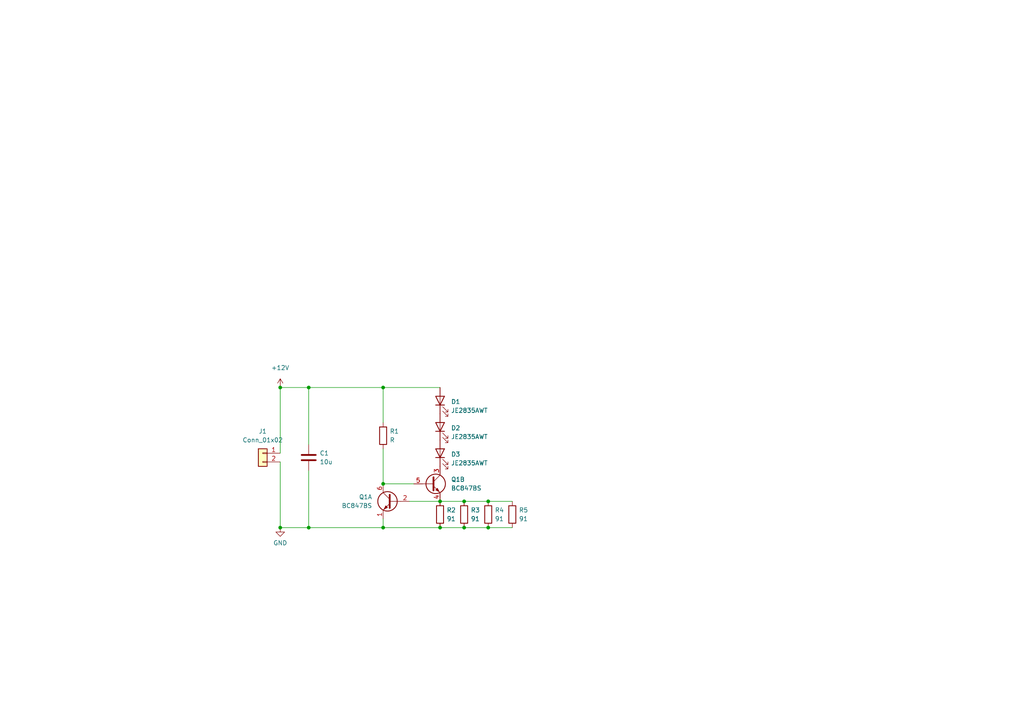
<source format=kicad_sch>
(kicad_sch (version 20211123) (generator eeschema)
  (paper "A4")
  (lib_symbols
    (symbol "Brett_sym:JE2835AWT" (pin_numbers hide) (pin_names (offset 1.016) hide)
      (property "Reference" "D" (at 0 2.54 0))
      (property "Value" "JE2835AWT" (at 0 -3.81 0))
      (symbol "JE2835AWT_0_1"
        (polyline (pts (xy -1.27 -1.27) (xy -1.27 1.27)) (stroke (width 0.254)))
        (polyline (pts (xy -1.27 0) (xy 1.27 0)))
        (polyline (pts (xy 1.27 -1.27) (xy 1.27 1.27) (xy -1.27 0) (xy 1.27 -1.27)) (stroke (width 0.254)))
        (polyline (pts (xy -3.048 -0.762) (xy -4.572 -2.286) (xy -3.81 -2.286) (xy -4.572 -2.286) (xy -4.572 -1.524)))
        (polyline (pts (xy -1.778 -0.762) (xy -3.302 -2.286) (xy -2.54 -2.286) (xy -3.302 -2.286) (xy -3.302 -1.524)))
      )
      (symbol "JE2835AWT_1_1"
        (pin passive line (at -3.81 0 0) (length 2.54) (name "K") (number "1"))
        (pin passive line (at 3.81 0 180) (length 2.54) (name "A") (number "2"))
      )
    )
    (symbol "Connector_Generic:Conn_01x02" (pin_names (offset 1.016) hide)
      (property "Reference" "J" (at 0 2.54 0))
      (property "Value" "Conn_01x02" (at 0 -5.08 0))
      (symbol "Conn_01x02_1_1"
        (rectangle (start -1.27 -2.413) (end 0 -2.667) (stroke (width 0.1524)))
        (rectangle (start -1.27 0.127) (end 0 -0.127) (stroke (width 0.1524)))
        (rectangle (start -1.27 1.27) (end 1.27 -3.81) (stroke (width 0.254)) (fill (type background)))
        (pin passive line (at -5.08 0 0) (length 3.81) (name "Pin_1") (number "1"))
        (pin passive line (at -5.08 -2.54 0) (length 3.81) (name "Pin_2") (number "2"))
      )
    )
    (symbol "Device:C" (pin_numbers hide) (pin_names (offset 0.254))
      (property "Reference" "C" (at 0.635 2.54 0))
      (property "Value" "C" (at 0.635 -2.54 0))
      (symbol "C_0_1"
        (polyline (pts (xy -2.032 -0.762) (xy 2.032 -0.762)) (stroke (width 0.508)))
        (polyline (pts (xy -2.032 0.762) (xy 2.032 0.762)) (stroke (width 0.508)))
      )
      (symbol "C_1_1"
        (pin passive line (at 0 3.81 270) (length 2.794) (name "~") (number "1"))
        (pin passive line (at 0 -3.81 90) (length 2.794) (name "~") (number "2"))
      )
    )
    (symbol "Device:R" (pin_numbers hide) (pin_names (offset 0))
      (property "Reference" "R" (at 2.032 0 90))
      (property "Value" "R" (at 0 0 90))
      (symbol "R_0_1"
        (rectangle (start -1.016 -2.54) (end 1.016 2.54) (stroke (width 0.254)))
      )
      (symbol "R_1_1"
        (pin passive line (at 0 3.81 270) (length 1.27) (name "~") (number "1"))
        (pin passive line (at 0 -3.81 90) (length 1.27) (name "~") (number "2"))
      )
    )
    (symbol "Transistor_BJT:BC847BS" (pin_names (offset 0) hide)
      (property "Reference" "Q" (at 5.08 1.27 0))
      (property "Value" "BC847BS" (at 5.08 -1.27 0))
      (symbol "BC847BS_0_1"
        (polyline (pts (xy 0.635 0) (xy -2.54 0)))
        (polyline (pts (xy 0.635 0.635) (xy 2.54 2.54)))
        (polyline (pts (xy 0.635 -0.635) (xy 2.54 -2.54) (xy 2.54 -2.54)))
        (polyline (pts (xy 0.635 1.905) (xy 0.635 -1.905) (xy 0.635 -1.905)) (stroke (width 0.508)))
        (polyline (pts (xy 1.27 -1.778) (xy 1.778 -1.27) (xy 2.286 -2.286) (xy 1.27 -1.778) (xy 1.27 -1.778)) (fill (type outline)))
        (circle (center 1.27 0) (radius 2.8194) (stroke (width 0.254)))
      )
      (symbol "BC847BS_1_1"
        (pin passive line (at 2.54 -5.08 90) (length 2.54) (name "E1") (number "1"))
        (pin input line (at -5.08 0 0) (length 2.54) (name "B1") (number "2"))
        (pin passive line (at 2.54 5.08 270) (length 2.54) (name "C1") (number "6"))
      )
      (symbol "BC847BS_2_1"
        (pin passive line (at 2.54 5.08 270) (length 2.54) (name "C2") (number "3"))
        (pin passive line (at 2.54 -5.08 90) (length 2.54) (name "E2") (number "4"))
        (pin input line (at -5.08 0 0) (length 2.54) (name "B2") (number "5"))
      )
    )
    (symbol "power:+12V" (power) (pin_names (offset 0))
      (property "Value" "+12V" (at 0 3.556 0))
      (symbol "+12V_0_1"
        (polyline (pts (xy -0.762 1.27) (xy 0 2.54)))
        (polyline (pts (xy 0 0) (xy 0 2.54)))
        (polyline (pts (xy 0 2.54) (xy 0.762 1.27)))
      )
      (symbol "+12V_1_1"
        (pin power_in line (at 0 0 90) (length 0) hide (name "+12V") (number "1"))
      )
    )
    (symbol "power:GND" (power) (pin_names (offset 0))
      (property "Value" "GND" (at 0 -3.81 0))
      (symbol "GND_0_1"
        (polyline (pts (xy 0 0) (xy 0 -1.27) (xy 1.27 -1.27) (xy 0 -2.54) (xy -1.27 -1.27) (xy 0 -1.27)))
      )
      (symbol "GND_1_1"
        (pin power_in line (at 0 0 270) (length 0) hide (name "GND") (number "1"))
      )
    )
  )
  (junction (at 81.28 112.395))
  (junction (at 134.62 153.035))
  (junction (at 134.62 145.415))
  (junction (at 89.535 153.035))
  (junction (at 141.605 153.035))
  (junction (at 127.635 145.415))
  (junction (at 141.605 145.415))
  (junction (at 111.125 140.335))
  (junction (at 111.125 112.395))
  (junction (at 111.125 153.035))
  (junction (at 89.535 112.395))
  (junction (at 127.635 153.035))
  (junction (at 81.28 153.035))
  (wire (pts (xy 81.28 153.035) (xy 81.28 133.985)))
  (wire (pts (xy 89.535 112.395) (xy 89.535 128.905)))
  (wire (pts (xy 111.125 130.175) (xy 111.125 140.335)))
  (wire (pts (xy 89.535 136.525) (xy 89.535 153.035)))
  (wire (pts (xy 134.62 153.035) (xy 141.605 153.035)))
  (wire (pts (xy 111.125 140.335) (xy 120.015 140.335)))
  (wire (pts (xy 111.125 112.395) (xy 111.125 122.555)))
  (wire (pts (xy 127.635 145.415) (xy 134.62 145.415)))
  (wire (pts (xy 118.745 145.415) (xy 127.635 145.415)))
  (wire (pts (xy 111.125 153.035) (xy 111.125 150.495)))
  (wire (pts (xy 127.635 112.395) (xy 111.125 112.395)))
  (wire (pts (xy 111.125 112.395) (xy 89.535 112.395)))
  (wire (pts (xy 81.28 112.395) (xy 81.28 131.445)))
  (wire (pts (xy 89.535 112.395) (xy 81.28 112.395)))
  (wire (pts (xy 134.62 145.415) (xy 141.605 145.415)))
  (wire (pts (xy 141.605 153.035) (xy 148.59 153.035)))
  (wire (pts (xy 111.125 153.035) (xy 89.535 153.035)))
  (wire (pts (xy 127.635 153.035) (xy 134.62 153.035)))
  (wire (pts (xy 127.635 153.035) (xy 111.125 153.035)))
  (wire (pts (xy 89.535 153.035) (xy 81.28 153.035)))
  (wire (pts (xy 141.605 145.415) (xy 148.59 145.415)))
  (symbol (lib_id "Transistor_BJT:BC847BS") (at 113.665 145.415 0) (mirror y) (unit 1)
    (property "Reference" "Q1" (at 107.95 144.1449 0) (effects (justify left)))
    (property "Value" "BC847BS" (at 107.95 146.6849 0) (effects (justify left)))
    (property "Footprint" "Package_TO_SOT_SMD:SOT-363_SC-70-6" (effects hide))
    (property "Datasheet" "https://assets.nexperia.com/documents/data-sheet/BC847BS.pdf" (effects hide))
  )
  (symbol (lib_id "Transistor_BJT:BC847BS") (at 125.095 140.335 0) (unit 2)
    (property "Reference" "Q1" (at 130.81 139.0649 0) (effects (justify left)))
    (property "Value" "BC847BS" (at 130.81 141.6049 0) (effects (justify left)))
    (property "Footprint" "Package_TO_SOT_SMD:SOT-363_SC-70-6" (effects hide))
    (property "Datasheet" "https://assets.nexperia.com/documents/data-sheet/BC847BS.pdf" (effects hide))
  )
  (symbol (lib_id "power:GND") (at 81.28 153.035 0) (unit 1)
    (property "Reference" "#PWR?" (effects hide))
    (property "Value" "GND" (at 81.28 157.48 0))
  )
  (symbol (lib_id "Device:R") (at 148.59 149.225 0) (unit 1)
    (property "Reference" "R5" (at 150.495 147.9549 0) (effects (justify left)))
    (property "Value" "91" (at 150.495 150.4949 0) (effects (justify left)))
    (property "Footprint" "Resistor_SMD:R_1206_3216Metric" (effects hide))
  )
  (symbol (lib_id "power:+12V") (at 81.28 112.395 0) (unit 1)
    (property "Reference" "#PWR?" (effects hide))
    (property "Value" "+12V" (at 81.28 106.68 0))
  )
  (symbol (lib_id "Brett_sym:JE2835AWT") (at 127.635 123.825 90) (unit 1)
    (property "Reference" "D2" (at 130.81 124.1424 90) (effects (justify right)))
    (property "Value" "JE2835AWT" (at 130.81 126.6824 90) (effects (justify right)))
    (property "Footprint" "Brett-Footprint:LED_Cree-J-Series" (effects hide))
    (property "Datasheet" "https://media.digikey.com/pdf/Data%20Sheets/CREE%20Power/J_Series_2835_3-V_Rev2C_2022.pdf" (effects hide))
  )
  (symbol (lib_id "Brett_sym:JE2835AWT") (at 127.635 116.205 90) (unit 1)
    (property "Reference" "D1" (at 130.81 116.5224 90) (effects (justify right)))
    (property "Value" "JE2835AWT" (at 130.81 119.0624 90) (effects (justify right)))
    (property "Footprint" "Brett-Footprint:LED_Cree-J-Series" (effects hide))
    (property "Datasheet" "https://media.digikey.com/pdf/Data%20Sheets/CREE%20Power/J_Series_2835_3-V_Rev2C_2022.pdf" (effects hide))
  )
  (symbol (lib_id "Device:R") (at 127.635 149.225 0) (unit 1)
    (property "Reference" "R2" (at 129.54 147.9549 0) (effects (justify left)))
    (property "Value" "91" (at 129.54 150.4949 0) (effects (justify left)))
    (property "Footprint" "Resistor_SMD:R_1206_3216Metric" (effects hide))
  )
  (symbol (lib_id "Device:R") (at 141.605 149.225 0) (unit 1)
    (property "Reference" "R4" (at 143.51 147.9549 0) (effects (justify left)))
    (property "Value" "91" (at 143.51 150.4949 0) (effects (justify left)))
    (property "Footprint" "Resistor_SMD:R_1206_3216Metric" (effects hide))
  )
  (symbol (lib_id "Device:C") (at 89.535 132.715 0) (unit 1)
    (property "Reference" "C1" (at 92.71 131.4449 0) (effects (justify left)))
    (property "Value" "10u" (at 92.71 133.9849 0) (effects (justify left)))
    (property "Footprint" "Capacitor_SMD:C_0805_2012Metric" (effects hide))
  )
  (symbol (lib_id "Connector_Generic:Conn_01x02") (at 76.2 131.445 0) (mirror y) (unit 1)
    (property "Reference" "J1" (at 76.2 125.095 0))
    (property "Value" "Conn_01x02" (at 76.2 127.635 0))
    (property "Footprint" "Brett-Footprint:TE-HPI-1x2x2mm-1775469-2" (effects hide))
  )
  (symbol (lib_id "Device:R") (at 134.62 149.225 0) (unit 1)
    (property "Reference" "R3" (at 136.525 147.9549 0) (effects (justify left)))
    (property "Value" "91" (at 136.525 150.4949 0) (effects (justify left)))
    (property "Footprint" "Resistor_SMD:R_1206_3216Metric" (effects hide))
  )
  (symbol (lib_id "Brett_sym:JE2835AWT") (at 127.635 131.445 90) (unit 1)
    (property "Reference" "D3" (at 130.81 131.7624 90) (effects (justify right)))
    (property "Value" "JE2835AWT" (at 130.81 134.3024 90) (effects (justify right)))
    (property "Footprint" "Brett-Footprint:LED_Cree-J-Series" (effects hide))
    (property "Datasheet" "https://media.digikey.com/pdf/Data%20Sheets/CREE%20Power/J_Series_2835_3-V_Rev2C_2022.pdf" (effects hide))
  )
  (symbol (lib_id "Device:R") (at 111.125 126.365 0) (unit 1)
    (property "Reference" "R1" (at 113.03 125.0949 0) (effects (justify left)))
    (property "Value" "R" (at 113.03 127.6349 0) (effects (justify left)))
    (property "Footprint" "Resistor_SMD:R_0201_0603Metric" (effects hide))
  )
)
</source>
